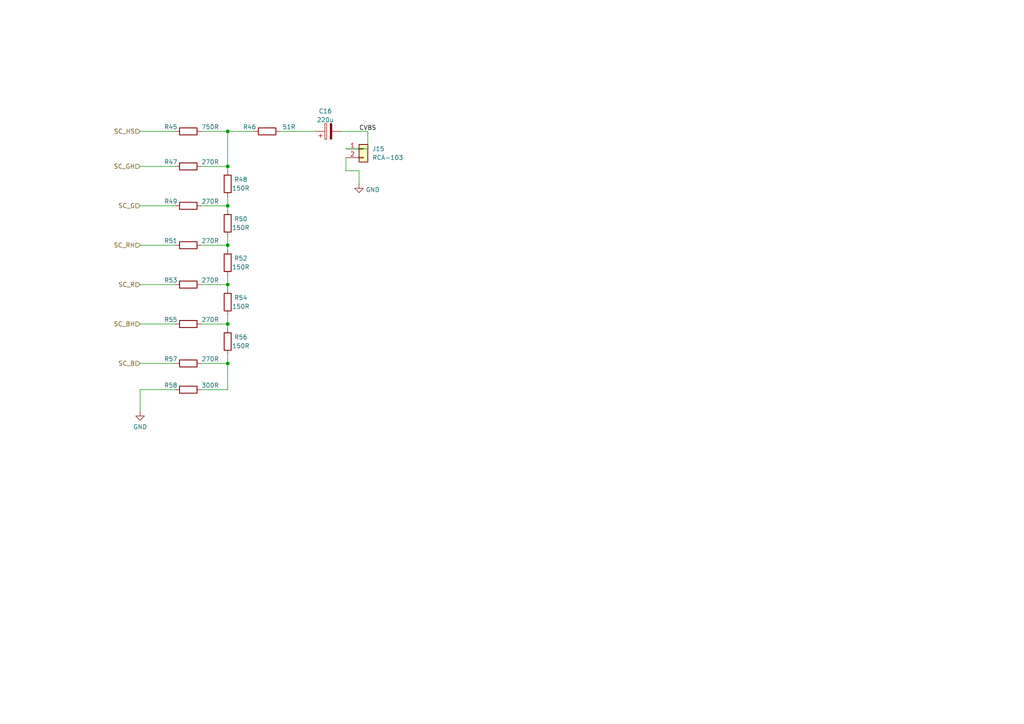
<source format=kicad_sch>
(kicad_sch (version 20250114) (generator "eeschema") (generator_version "9.0")
  (paper "A4")
  (title_block (title "FRANK M1") (date "2025-04-09") (rev "${VERSION}") (company "Mikhail Matveev") (comment 1 "https://github.com/xtremespb/frank"))
  (lib_symbols
    (symbol "Connector_Generic:Conn_01x02" (pin_names (offset 1.016) (hide yes))
      (property "Reference" "J" (at 0 2.54 0))
      (property "Value" "Conn_01x02" (at 0 -5.08 0))
      (symbol "Conn_01x02_1_1"
        (rectangle (start -1.27 1.27) (end 1.27 -3.81) (stroke (width 0.254)) (fill (type background)))
        (rectangle (start -1.27 0.127) (end 0 -0.127) (stroke (width 0.1524)))
        (rectangle (start -1.27 -2.413) (end 0 -2.667) (stroke (width 0.1524)))
        (pin passive line (at -5.08 0 0) (length 3.81) (name "Pin_1") (number "1"))
        (pin passive line (at -5.08 -2.54 0) (length 3.81) (name "Pin_2") (number "2"))
      )
    )
    (symbol "Device:C_Polarized" (pin_numbers (hide yes)) (pin_names (offset 0.254))
      (property "Reference" "C" (at 0.635 2.54 0))
      (property "Value" "C_Polarized" (at 0.635 -2.54 0))
      (symbol "C_Polarized_0_1"
        (rectangle (start -2.286 0.508) (end 2.286 1.016))
        (polyline (pts (xy -1.778 2.286) (xy -0.762 2.286)))
        (polyline (pts (xy -1.27 2.794) (xy -1.27 1.778)))
        (rectangle (start 2.286 -0.508) (end -2.286 -1.016) (fill (type outline)))
      )
      (symbol "C_Polarized_1_1"
        (pin passive line (at 0 3.81 270) (length 2.794) (name "~") (number "1"))
        (pin passive line (at 0 -3.81 90) (length 2.794) (name "~") (number "2"))
      )
    )
    (symbol "Device:R" (pin_numbers (hide yes)) (pin_names (offset 0))
      (property "Reference" "R" (at 2.032 0 90))
      (property "Value" "R" (at 0 0 90))
      (symbol "R_0_1"
        (rectangle (start -1.016 -2.54) (end 1.016 2.54) (stroke (width 0.254)))
      )
      (symbol "R_1_1"
        (pin passive line (at 0 3.81 270) (length 1.27) (name "~") (number "1"))
        (pin passive line (at 0 -3.81 90) (length 1.27) (name "~") (number "2"))
      )
    )
    (symbol "GND_1" (power) (pin_numbers (hide yes)) (pin_names (offset 0) (hide yes))
      (property "Value" "GND" (at 0 -3.81 0))
      (symbol "GND_1_0_1"
        (polyline (pts (xy 0 0) (xy 0 -1.27) (xy 1.27 -1.27) (xy 0 -2.54) (xy -1.27 -1.27) (xy 0 -1.27)))
      )
      (symbol "GND_1_1_1"
        (pin power_in line (at 0 0 270) (length 0) (name "~") (number "1"))
      )
    )
    (symbol "power:GND" (power) (pin_numbers (hide yes)) (pin_names (offset 0) (hide yes))
      (property "Value" "GND" (at 0 -3.81 0))
      (symbol "GND_0_1"
        (polyline (pts (xy 0 0) (xy 0 -1.27) (xy 1.27 -1.27) (xy 0 -2.54) (xy -1.27 -1.27) (xy 0 -1.27)))
      )
      (symbol "GND_1_1"
        (pin power_in line (at 0 0 270) (length 0) (name "~") (number "1"))
      )
    )
  )
  (junction (at 66.04 93.98))
  (junction (at 66.04 59.69))
  (junction (at 66.04 71.12))
  (junction (at 66.04 105.41))
  (junction (at 66.04 38.1))
  (junction (at 66.04 82.55))
  (junction (at 66.04 48.26))
  (wire (pts (xy 66.04 57.15) (xy 66.04 59.69)))
  (wire (pts (xy 66.04 91.44) (xy 66.04 93.98)))
  (wire (pts (xy 58.42 59.69) (xy 66.04 59.69)))
  (wire (pts (xy 58.42 93.98) (xy 66.04 93.98)))
  (wire (pts (xy 66.04 48.26) (xy 66.04 49.53)))
  (wire (pts (xy 58.42 82.55) (xy 66.04 82.55)))
  (wire (pts (xy 58.42 48.26) (xy 66.04 48.26)))
  (wire (pts (xy 100.33 49.53) (xy 104.14 49.53)))
  (wire (pts (xy 50.8 113.03) (xy 40.64 113.03)))
  (wire (pts (xy 40.64 93.98) (xy 50.8 93.98)))
  (wire (pts (xy 100.33 49.53) (xy 100.33 45.72)))
  (wire (pts (xy 66.04 59.69) (xy 66.04 60.96)))
  (wire (pts (xy 104.14 49.53) (xy 104.14 53.34)))
  (wire (pts (xy 106.68 38.1) (xy 99.06 38.1)))
  (wire (pts (xy 106.68 43.18) (xy 100.33 43.18)))
  (wire (pts (xy 40.64 105.41) (xy 50.8 105.41)))
  (wire (pts (xy 66.04 105.41) (xy 66.04 113.03)))
  (wire (pts (xy 66.04 102.87) (xy 66.04 105.41)))
  (wire (pts (xy 58.42 38.1) (xy 66.04 38.1)))
  (wire (pts (xy 66.04 68.58) (xy 66.04 71.12)))
  (wire (pts (xy 40.64 71.12) (xy 50.8 71.12)))
  (wire (pts (xy 40.64 113.03) (xy 40.64 119.38)))
  (wire (pts (xy 66.04 38.1) (xy 73.66 38.1)))
  (wire (pts (xy 40.64 82.55) (xy 50.8 82.55)))
  (wire (pts (xy 40.64 48.26) (xy 50.8 48.26)))
  (wire (pts (xy 66.04 113.03) (xy 58.42 113.03)))
  (wire (pts (xy 66.04 71.12) (xy 66.04 72.39)))
  (wire (pts (xy 106.68 43.18) (xy 106.68 38.1)))
  (wire (pts (xy 66.04 80.01) (xy 66.04 82.55)))
  (wire (pts (xy 81.28 38.1) (xy 91.44 38.1)))
  (wire (pts (xy 66.04 93.98) (xy 66.04 95.25)))
  (wire (pts (xy 66.04 38.1) (xy 66.04 48.26)))
  (wire (pts (xy 58.42 71.12) (xy 66.04 71.12)))
  (wire (pts (xy 58.42 105.41) (xy 66.04 105.41)))
  (wire (pts (xy 40.64 38.1) (xy 50.8 38.1)))
  (wire (pts (xy 40.64 59.69) (xy 50.8 59.69)))
  (wire (pts (xy 66.04 82.55) (xy 66.04 83.82)))
  (label "CVBS" (at 104.14 38.1 0))
  (hierarchical_label "SC_R" (shape input) (at 40.64 82.55 180))
  (hierarchical_label "SC_RH" (shape input) (at 40.64 71.12 180))
  (hierarchical_label "SC_GH" (shape input) (at 40.64 48.26 180))
  (hierarchical_label "SC_G" (shape input) (at 40.64 59.69 180))
  (hierarchical_label "SC_B" (shape input) (at 40.64 105.41 180))
  (hierarchical_label "SC_BH" (shape input) (at 40.64 93.98 180))
  (hierarchical_label "SC_HS" (shape input) (at 40.64 38.1 180))
  (symbol (lib_id "Device:R") (at 66.04 99.06 180) (unit 1)
    (property "Reference" "R56" (at 69.85 97.79 0))
    (property "Value" "150R" (at 69.85 100.33 0))
    (property "Footprint" "FRANK:Resistor (0805)" (effects (hide yes)))
    (property "Datasheet" "https://www.vishay.com/docs/28952/mcs0402at-mct0603at-mcu0805at-mca1206at.pdf" (effects (hide yes)))
    (property "AliExpress" "https://www.aliexpress.com/item/1005005945735199.html" (effects (hide yes)))
  )
  (symbol (lib_id "Device:R") (at 54.61 93.98 90) (unit 1)
    (property "Reference" "R55" (at 49.53 92.71 90))
    (property "Value" "270R" (at 60.96 92.71 90))
    (property "Footprint" "FRANK:Resistor (0805)" (effects (hide yes)))
    (property "Datasheet" "https://www.vishay.com/docs/28952/mcs0402at-mct0603at-mcu0805at-mca1206at.pdf" (effects (hide yes)))
    (property "AliExpress" "https://www.aliexpress.com/item/1005005945735199.html" (effects (hide yes)))
  )
  (symbol (lib_name "GND_1") (lib_id "power:GND") (at 104.14 53.34 0) (unit 1)
    (property "Reference" "#PWR075" (effects (hide yes)))
    (property "Value" "GND" (at 106.045 55.0438 0) (effects (justify left)))
    (property "Description" "Power symbol creates a global label with name \"GND\" , ground" (effects (hide yes)))
  )
  (symbol (lib_id "Device:R") (at 54.61 71.12 90) (unit 1)
    (property "Reference" "R51" (at 49.53 69.85 90))
    (property "Value" "270R" (at 60.96 69.85 90))
    (property "Footprint" "FRANK:Resistor (0805)" (effects (hide yes)))
    (property "Datasheet" "https://www.vishay.com/docs/28952/mcs0402at-mct0603at-mcu0805at-mca1206at.pdf" (effects (hide yes)))
    (property "AliExpress" "https://www.aliexpress.com/item/1005005945735199.html" (effects (hide yes)))
  )
  (symbol (lib_id "Device:R") (at 54.61 48.26 90) (unit 1)
    (property "Reference" "R47" (at 49.53 46.99 90))
    (property "Value" "270R" (at 60.96 46.99 90))
    (property "Footprint" "FRANK:Resistor (0805)" (effects (hide yes)))
    (property "Datasheet" "https://www.vishay.com/docs/28952/mcs0402at-mct0603at-mcu0805at-mca1206at.pdf" (effects (hide yes)))
    (property "AliExpress" "https://www.aliexpress.com/item/1005005945735199.html" (effects (hide yes)))
  )
  (symbol (lib_id "Device:R") (at 54.61 38.1 90) (unit 1)
    (property "Reference" "R45" (at 49.53 36.83 90))
    (property "Value" "750R" (at 60.96 36.83 90))
    (property "Footprint" "FRANK:Resistor (0805)" (effects (hide yes)))
    (property "Datasheet" "https://www.vishay.com/docs/28952/mcs0402at-mct0603at-mcu0805at-mca1206at.pdf" (effects (hide yes)))
    (property "AliExpress" "https://www.aliexpress.com/item/1005005945735199.html" (effects (hide yes)))
  )
  (symbol (lib_id "Device:R") (at 66.04 76.2 180) (unit 1)
    (property "Reference" "R52" (at 69.85 74.93 0))
    (property "Value" "150R" (at 69.85 77.47 0))
    (property "Footprint" "FRANK:Resistor (0805)" (effects (hide yes)))
    (property "Datasheet" "https://www.vishay.com/docs/28952/mcs0402at-mct0603at-mcu0805at-mca1206at.pdf" (effects (hide yes)))
    (property "AliExpress" "https://www.aliexpress.com/item/1005005945735199.html" (effects (hide yes)))
  )
  (symbol (lib_id "Device:R") (at 54.61 113.03 90) (unit 1)
    (property "Reference" "R58" (at 49.53 111.76 90))
    (property "Value" "300R" (at 60.96 111.76 90))
    (property "Footprint" "FRANK:Resistor (0805)" (effects (hide yes)))
    (property "Datasheet" "https://www.vishay.com/docs/28952/mcs0402at-mct0603at-mcu0805at-mca1206at.pdf" (effects (hide yes)))
    (property "AliExpress" "https://www.aliexpress.com/item/1005005945735199.html" (effects (hide yes)))
  )
  (symbol (lib_id "Device:C_Polarized") (at 95.25 38.1 90) (unit 1)
    (property "Reference" "C16" (at 94.361 32.2412 90))
    (property "Value" "220u" (at 94.361 34.7781 90))
    (property "Footprint" "FRANK:Capacitor (3528, tantalum, polar)" (effects (hide yes)))
    (property "Datasheet" "https://eu.mouser.com/datasheet/2/447/KEM_T2005_T491-3316937.pdf" (effects (hide yes)))
    (property "AliExpress" "https://www.aliexpress.com/item/1005006870280809.html" (effects (hide yes)))
  )
  (symbol (lib_id "Device:R") (at 54.61 59.69 90) (unit 1)
    (property "Reference" "R49" (at 49.53 58.42 90))
    (property "Value" "270R" (at 60.96 58.42 90))
    (property "Footprint" "FRANK:Resistor (0805)" (effects (hide yes)))
    (property "Datasheet" "https://www.vishay.com/docs/28952/mcs0402at-mct0603at-mcu0805at-mca1206at.pdf" (effects (hide yes)))
    (property "AliExpress" "https://www.aliexpress.com/item/1005005945735199.html" (effects (hide yes)))
  )
  (symbol (lib_id "Device:R") (at 77.47 38.1 90) (unit 1)
    (property "Reference" "R46" (at 72.39 36.83 90))
    (property "Value" "51R" (at 83.82 36.83 90))
    (property "Footprint" "FRANK:Resistor (0805)" (effects (hide yes)))
    (property "Datasheet" "https://www.vishay.com/docs/28952/mcs0402at-mct0603at-mcu0805at-mca1206at.pdf" (effects (hide yes)))
    (property "AliExpress" "https://www.aliexpress.com/item/1005005945735199.html" (effects (hide yes)))
  )
  (symbol (lib_id "Device:R") (at 54.61 82.55 90) (unit 1)
    (property "Reference" "R53" (at 49.53 81.28 90))
    (property "Value" "270R" (at 60.96 81.28 90))
    (property "Footprint" "FRANK:Resistor (0805)" (effects (hide yes)))
    (property "Datasheet" "https://www.vishay.com/docs/28952/mcs0402at-mct0603at-mcu0805at-mca1206at.pdf" (effects (hide yes)))
    (property "AliExpress" "https://www.aliexpress.com/item/1005005945735199.html" (effects (hide yes)))
  )
  (symbol (lib_id "Device:R") (at 66.04 87.63 180) (unit 1)
    (property "Reference" "R54" (at 69.85 86.36 0))
    (property "Value" "150R" (at 69.85 88.9 0))
    (property "Footprint" "FRANK:Resistor (0805)" (effects (hide yes)))
    (property "Datasheet" "https://www.vishay.com/docs/28952/mcs0402at-mct0603at-mcu0805at-mca1206at.pdf" (effects (hide yes)))
    (property "AliExpress" "https://www.aliexpress.com/item/1005005945735199.html" (effects (hide yes)))
  )
  (symbol (lib_id "Device:R") (at 54.61 105.41 90) (unit 1)
    (property "Reference" "R57" (at 49.53 104.14 90))
    (property "Value" "270R" (at 60.96 104.14 90))
    (property "Footprint" "FRANK:Resistor (0805)" (effects (hide yes)))
    (property "Datasheet" "https://www.vishay.com/docs/28952/mcs0402at-mct0603at-mcu0805at-mca1206at.pdf" (effects (hide yes)))
    (property "AliExpress" "https://www.aliexpress.com/item/1005005945735199.html" (effects (hide yes)))
  )
  (symbol (lib_id "Connector_Generic:Conn_01x02") (at 105.41 43.18 0) (unit 1)
    (property "Reference" "J15" (at 107.95 43.1799 0) (effects (justify left)))
    (property "Value" "RCA-103" (at 107.95 45.7199 0) (effects (justify left)))
    (property "Footprint" "FRANK:RCA" (effects (hide yes)))
    (property "Datasheet" "http://www.kosmodrom.com.ua/pdf/RCA-103.pdf" (effects (hide yes)))
    (property "AliExpress" "https://www.aliexpress.com/item/1005006152724809.html" (effects (hide yes)))
  )
  (symbol (lib_id "Device:R") (at 66.04 53.34 180) (unit 1)
    (property "Reference" "R48" (at 69.85 52.07 0))
    (property "Value" "150R" (at 69.85 54.61 0))
    (property "Footprint" "FRANK:Resistor (0805)" (effects (hide yes)))
    (property "Datasheet" "https://www.vishay.com/docs/28952/mcs0402at-mct0603at-mcu0805at-mca1206at.pdf" (effects (hide yes)))
    (property "AliExpress" "https://www.aliexpress.com/item/1005005945735199.html" (effects (hide yes)))
  )
  (symbol (lib_id "Device:R") (at 66.04 64.77 180) (unit 1)
    (property "Reference" "R50" (at 69.85 63.5 0))
    (property "Value" "150R" (at 69.85 66.04 0))
    (property "Footprint" "FRANK:Resistor (0805)" (effects (hide yes)))
    (property "Datasheet" "https://www.vishay.com/docs/28952/mcs0402at-mct0603at-mcu0805at-mca1206at.pdf" (effects (hide yes)))
    (property "AliExpress" "https://www.aliexpress.com/item/1005005945735199.html" (effects (hide yes)))
  )
  (symbol (lib_id "power:GND") (at 40.64 119.38 0) (unit 1)
    (property "Reference" "#PWR076" (effects (hide yes)))
    (property "Value" "GND" (at 40.64 123.8234 0))
    (property "Description" "Power symbol creates a global label with name \"GND\" , ground" (effects (hide yes)))
  )
)
</source>
